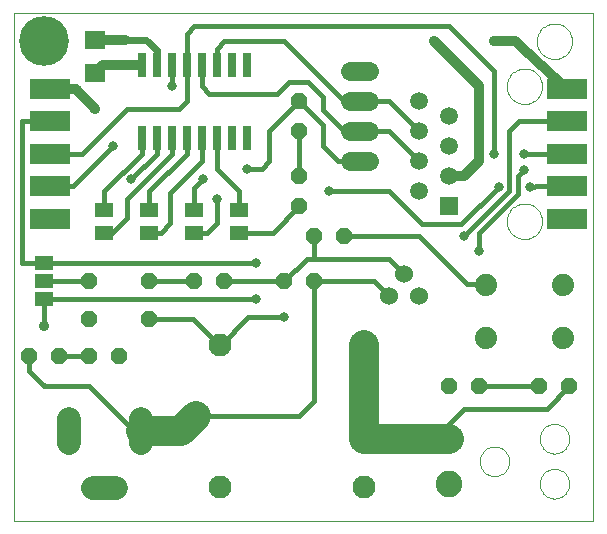
<source format=gtl>
G75*
G70*
%OFA0B0*%
%FSLAX24Y24*%
%IPPOS*%
%LPD*%
%AMOC8*
5,1,8,0,0,1.08239X$1,22.5*
%
%ADD10C,0.0000*%
%ADD11R,0.0260X0.0800*%
%ADD12R,0.0591X0.0512*%
%ADD13R,0.0709X0.0630*%
%ADD14OC8,0.0560*%
%ADD15C,0.0594*%
%ADD16R,0.0594X0.0594*%
%ADD17R,0.1378X0.0669*%
%ADD18C,0.0640*%
%ADD19C,0.0787*%
%ADD20C,0.0768*%
%ADD21C,0.0600*%
%ADD22C,0.0886*%
%ADD23R,0.0630X0.0460*%
%ADD24C,0.0740*%
%ADD25C,0.0160*%
%ADD26C,0.0240*%
%ADD27C,0.0320*%
%ADD28C,0.0356*%
%ADD29C,0.0317*%
%ADD30C,0.1000*%
%ADD31C,0.1660*%
D10*
X004380Y000300D02*
X004380Y017249D01*
X023671Y017249D01*
X023671Y000300D01*
X004380Y000300D01*
X019888Y002300D02*
X019890Y002344D01*
X019896Y002388D01*
X019906Y002431D01*
X019919Y002473D01*
X019937Y002513D01*
X019958Y002552D01*
X019982Y002589D01*
X020009Y002624D01*
X020040Y002656D01*
X020073Y002685D01*
X020109Y002711D01*
X020147Y002733D01*
X020187Y002752D01*
X020228Y002768D01*
X020271Y002780D01*
X020314Y002788D01*
X020358Y002792D01*
X020402Y002792D01*
X020446Y002788D01*
X020489Y002780D01*
X020532Y002768D01*
X020573Y002752D01*
X020613Y002733D01*
X020651Y002711D01*
X020687Y002685D01*
X020720Y002656D01*
X020751Y002624D01*
X020778Y002589D01*
X020802Y002552D01*
X020823Y002513D01*
X020841Y002473D01*
X020854Y002431D01*
X020864Y002388D01*
X020870Y002344D01*
X020872Y002300D01*
X020870Y002256D01*
X020864Y002212D01*
X020854Y002169D01*
X020841Y002127D01*
X020823Y002087D01*
X020802Y002048D01*
X020778Y002011D01*
X020751Y001976D01*
X020720Y001944D01*
X020687Y001915D01*
X020651Y001889D01*
X020613Y001867D01*
X020573Y001848D01*
X020532Y001832D01*
X020489Y001820D01*
X020446Y001812D01*
X020402Y001808D01*
X020358Y001808D01*
X020314Y001812D01*
X020271Y001820D01*
X020228Y001832D01*
X020187Y001848D01*
X020147Y001867D01*
X020109Y001889D01*
X020073Y001915D01*
X020040Y001944D01*
X020009Y001976D01*
X019982Y002011D01*
X019958Y002048D01*
X019937Y002087D01*
X019919Y002127D01*
X019906Y002169D01*
X019896Y002212D01*
X019890Y002256D01*
X019888Y002300D01*
X021888Y001550D02*
X021890Y001594D01*
X021896Y001638D01*
X021906Y001681D01*
X021919Y001723D01*
X021937Y001763D01*
X021958Y001802D01*
X021982Y001839D01*
X022009Y001874D01*
X022040Y001906D01*
X022073Y001935D01*
X022109Y001961D01*
X022147Y001983D01*
X022187Y002002D01*
X022228Y002018D01*
X022271Y002030D01*
X022314Y002038D01*
X022358Y002042D01*
X022402Y002042D01*
X022446Y002038D01*
X022489Y002030D01*
X022532Y002018D01*
X022573Y002002D01*
X022613Y001983D01*
X022651Y001961D01*
X022687Y001935D01*
X022720Y001906D01*
X022751Y001874D01*
X022778Y001839D01*
X022802Y001802D01*
X022823Y001763D01*
X022841Y001723D01*
X022854Y001681D01*
X022864Y001638D01*
X022870Y001594D01*
X022872Y001550D01*
X022870Y001506D01*
X022864Y001462D01*
X022854Y001419D01*
X022841Y001377D01*
X022823Y001337D01*
X022802Y001298D01*
X022778Y001261D01*
X022751Y001226D01*
X022720Y001194D01*
X022687Y001165D01*
X022651Y001139D01*
X022613Y001117D01*
X022573Y001098D01*
X022532Y001082D01*
X022489Y001070D01*
X022446Y001062D01*
X022402Y001058D01*
X022358Y001058D01*
X022314Y001062D01*
X022271Y001070D01*
X022228Y001082D01*
X022187Y001098D01*
X022147Y001117D01*
X022109Y001139D01*
X022073Y001165D01*
X022040Y001194D01*
X022009Y001226D01*
X021982Y001261D01*
X021958Y001298D01*
X021937Y001337D01*
X021919Y001377D01*
X021906Y001419D01*
X021896Y001462D01*
X021890Y001506D01*
X021888Y001550D01*
X021888Y003050D02*
X021890Y003094D01*
X021896Y003138D01*
X021906Y003181D01*
X021919Y003223D01*
X021937Y003263D01*
X021958Y003302D01*
X021982Y003339D01*
X022009Y003374D01*
X022040Y003406D01*
X022073Y003435D01*
X022109Y003461D01*
X022147Y003483D01*
X022187Y003502D01*
X022228Y003518D01*
X022271Y003530D01*
X022314Y003538D01*
X022358Y003542D01*
X022402Y003542D01*
X022446Y003538D01*
X022489Y003530D01*
X022532Y003518D01*
X022573Y003502D01*
X022613Y003483D01*
X022651Y003461D01*
X022687Y003435D01*
X022720Y003406D01*
X022751Y003374D01*
X022778Y003339D01*
X022802Y003302D01*
X022823Y003263D01*
X022841Y003223D01*
X022854Y003181D01*
X022864Y003138D01*
X022870Y003094D01*
X022872Y003050D01*
X022870Y003006D01*
X022864Y002962D01*
X022854Y002919D01*
X022841Y002877D01*
X022823Y002837D01*
X022802Y002798D01*
X022778Y002761D01*
X022751Y002726D01*
X022720Y002694D01*
X022687Y002665D01*
X022651Y002639D01*
X022613Y002617D01*
X022573Y002598D01*
X022532Y002582D01*
X022489Y002570D01*
X022446Y002562D01*
X022402Y002558D01*
X022358Y002558D01*
X022314Y002562D01*
X022271Y002570D01*
X022228Y002582D01*
X022187Y002598D01*
X022147Y002617D01*
X022109Y002639D01*
X022073Y002665D01*
X022040Y002694D01*
X022009Y002726D01*
X021982Y002761D01*
X021958Y002798D01*
X021937Y002837D01*
X021919Y002877D01*
X021906Y002919D01*
X021896Y002962D01*
X021890Y003006D01*
X021888Y003050D01*
X020789Y010300D02*
X020791Y010348D01*
X020797Y010396D01*
X020807Y010443D01*
X020820Y010489D01*
X020838Y010534D01*
X020858Y010578D01*
X020883Y010620D01*
X020911Y010659D01*
X020941Y010696D01*
X020975Y010730D01*
X021012Y010762D01*
X021050Y010791D01*
X021091Y010816D01*
X021134Y010838D01*
X021179Y010856D01*
X021225Y010870D01*
X021272Y010881D01*
X021320Y010888D01*
X021368Y010891D01*
X021416Y010890D01*
X021464Y010885D01*
X021512Y010876D01*
X021558Y010864D01*
X021603Y010847D01*
X021647Y010827D01*
X021689Y010804D01*
X021729Y010777D01*
X021767Y010747D01*
X021802Y010714D01*
X021834Y010678D01*
X021864Y010640D01*
X021890Y010599D01*
X021912Y010556D01*
X021932Y010512D01*
X021947Y010467D01*
X021959Y010420D01*
X021967Y010372D01*
X021971Y010324D01*
X021971Y010276D01*
X021967Y010228D01*
X021959Y010180D01*
X021947Y010133D01*
X021932Y010088D01*
X021912Y010044D01*
X021890Y010001D01*
X021864Y009960D01*
X021834Y009922D01*
X021802Y009886D01*
X021767Y009853D01*
X021729Y009823D01*
X021689Y009796D01*
X021647Y009773D01*
X021603Y009753D01*
X021558Y009736D01*
X021512Y009724D01*
X021464Y009715D01*
X021416Y009710D01*
X021368Y009709D01*
X021320Y009712D01*
X021272Y009719D01*
X021225Y009730D01*
X021179Y009744D01*
X021134Y009762D01*
X021091Y009784D01*
X021050Y009809D01*
X021012Y009838D01*
X020975Y009870D01*
X020941Y009904D01*
X020911Y009941D01*
X020883Y009980D01*
X020858Y010022D01*
X020838Y010066D01*
X020820Y010111D01*
X020807Y010157D01*
X020797Y010204D01*
X020791Y010252D01*
X020789Y010300D01*
X020789Y014800D02*
X020791Y014848D01*
X020797Y014896D01*
X020807Y014943D01*
X020820Y014989D01*
X020838Y015034D01*
X020858Y015078D01*
X020883Y015120D01*
X020911Y015159D01*
X020941Y015196D01*
X020975Y015230D01*
X021012Y015262D01*
X021050Y015291D01*
X021091Y015316D01*
X021134Y015338D01*
X021179Y015356D01*
X021225Y015370D01*
X021272Y015381D01*
X021320Y015388D01*
X021368Y015391D01*
X021416Y015390D01*
X021464Y015385D01*
X021512Y015376D01*
X021558Y015364D01*
X021603Y015347D01*
X021647Y015327D01*
X021689Y015304D01*
X021729Y015277D01*
X021767Y015247D01*
X021802Y015214D01*
X021834Y015178D01*
X021864Y015140D01*
X021890Y015099D01*
X021912Y015056D01*
X021932Y015012D01*
X021947Y014967D01*
X021959Y014920D01*
X021967Y014872D01*
X021971Y014824D01*
X021971Y014776D01*
X021967Y014728D01*
X021959Y014680D01*
X021947Y014633D01*
X021932Y014588D01*
X021912Y014544D01*
X021890Y014501D01*
X021864Y014460D01*
X021834Y014422D01*
X021802Y014386D01*
X021767Y014353D01*
X021729Y014323D01*
X021689Y014296D01*
X021647Y014273D01*
X021603Y014253D01*
X021558Y014236D01*
X021512Y014224D01*
X021464Y014215D01*
X021416Y014210D01*
X021368Y014209D01*
X021320Y014212D01*
X021272Y014219D01*
X021225Y014230D01*
X021179Y014244D01*
X021134Y014262D01*
X021091Y014284D01*
X021050Y014309D01*
X021012Y014338D01*
X020975Y014370D01*
X020941Y014404D01*
X020911Y014441D01*
X020883Y014480D01*
X020858Y014522D01*
X020838Y014566D01*
X020820Y014611D01*
X020807Y014657D01*
X020797Y014704D01*
X020791Y014752D01*
X020789Y014800D01*
X021789Y016300D02*
X021791Y016348D01*
X021797Y016396D01*
X021807Y016443D01*
X021820Y016489D01*
X021838Y016534D01*
X021858Y016578D01*
X021883Y016620D01*
X021911Y016659D01*
X021941Y016696D01*
X021975Y016730D01*
X022012Y016762D01*
X022050Y016791D01*
X022091Y016816D01*
X022134Y016838D01*
X022179Y016856D01*
X022225Y016870D01*
X022272Y016881D01*
X022320Y016888D01*
X022368Y016891D01*
X022416Y016890D01*
X022464Y016885D01*
X022512Y016876D01*
X022558Y016864D01*
X022603Y016847D01*
X022647Y016827D01*
X022689Y016804D01*
X022729Y016777D01*
X022767Y016747D01*
X022802Y016714D01*
X022834Y016678D01*
X022864Y016640D01*
X022890Y016599D01*
X022912Y016556D01*
X022932Y016512D01*
X022947Y016467D01*
X022959Y016420D01*
X022967Y016372D01*
X022971Y016324D01*
X022971Y016276D01*
X022967Y016228D01*
X022959Y016180D01*
X022947Y016133D01*
X022932Y016088D01*
X022912Y016044D01*
X022890Y016001D01*
X022864Y015960D01*
X022834Y015922D01*
X022802Y015886D01*
X022767Y015853D01*
X022729Y015823D01*
X022689Y015796D01*
X022647Y015773D01*
X022603Y015753D01*
X022558Y015736D01*
X022512Y015724D01*
X022464Y015715D01*
X022416Y015710D01*
X022368Y015709D01*
X022320Y015712D01*
X022272Y015719D01*
X022225Y015730D01*
X022179Y015744D01*
X022134Y015762D01*
X022091Y015784D01*
X022050Y015809D01*
X022012Y015838D01*
X021975Y015870D01*
X021941Y015904D01*
X021911Y015941D01*
X021883Y015980D01*
X021858Y016022D01*
X021838Y016066D01*
X021820Y016111D01*
X021807Y016157D01*
X021797Y016204D01*
X021791Y016252D01*
X021789Y016300D01*
D11*
X012130Y015510D03*
X011630Y015510D03*
X011130Y015510D03*
X010630Y015510D03*
X010130Y015510D03*
X009630Y015510D03*
X009130Y015510D03*
X008630Y015510D03*
X008630Y013090D03*
X009130Y013090D03*
X009630Y013090D03*
X010130Y013090D03*
X010630Y013090D03*
X011130Y013090D03*
X011630Y013090D03*
X012130Y013090D03*
D12*
X011880Y010674D03*
X011880Y009926D03*
X010380Y009926D03*
X010380Y010674D03*
X008880Y010674D03*
X008880Y009926D03*
X007380Y009926D03*
X007380Y010674D03*
D13*
X007080Y015249D03*
X007080Y016351D03*
D14*
X013880Y014300D03*
X013880Y013300D03*
X013880Y011800D03*
X013880Y010800D03*
X014380Y009800D03*
X015380Y009800D03*
X014380Y008300D03*
X013380Y008300D03*
X011380Y008300D03*
X010380Y008300D03*
X008880Y008300D03*
X008880Y007050D03*
X007880Y005800D03*
X006880Y005800D03*
X005880Y005800D03*
X004880Y005800D03*
X006880Y007050D03*
X006880Y008300D03*
X018880Y004800D03*
X019880Y004800D03*
X021880Y004800D03*
X022880Y004800D03*
D15*
X017880Y011300D03*
X018880Y011800D03*
X017880Y012300D03*
X018880Y012800D03*
X017880Y013300D03*
X018880Y013800D03*
X017880Y014300D03*
D16*
X018880Y010800D03*
D17*
X022800Y010390D03*
X022800Y011470D03*
X022800Y012550D03*
X022800Y013630D03*
X022800Y014710D03*
X005560Y014710D03*
X005560Y013630D03*
X005560Y012550D03*
X005560Y011470D03*
X005560Y010390D03*
D18*
X015560Y012300D02*
X016200Y012300D01*
X016200Y013300D02*
X015560Y013300D01*
X015560Y014300D02*
X016200Y014300D01*
X016200Y015300D02*
X015560Y015300D01*
D19*
X008600Y003694D02*
X008600Y002906D01*
X007774Y001410D02*
X006986Y001410D01*
X006199Y002906D02*
X006199Y003694D01*
D20*
X010455Y003800D03*
X011242Y001438D03*
X016045Y001438D03*
X016045Y006162D03*
X011242Y006162D03*
D21*
X016880Y007800D03*
X017380Y008550D03*
X017880Y007800D03*
D22*
X018880Y003050D03*
X018880Y001550D03*
D23*
X005380Y007700D03*
X005380Y008300D03*
X005380Y008900D03*
D24*
X020100Y008190D03*
X020100Y006410D03*
X022660Y006410D03*
X022660Y008190D03*
D25*
X020080Y008200D02*
X019480Y008200D01*
X017880Y009800D01*
X015380Y009800D01*
X014380Y009800D02*
X014380Y009050D01*
X014130Y009050D02*
X016880Y009050D01*
X017380Y008550D01*
X016880Y007800D02*
X016380Y008300D01*
X014380Y008300D01*
X014380Y004300D01*
X013880Y003800D01*
X010455Y003800D01*
X008380Y003300D02*
X006880Y004800D01*
X005484Y004800D01*
X005307Y004873D02*
X004880Y005300D01*
X004880Y005800D01*
X005880Y005800D02*
X006880Y005800D01*
X005484Y004800D02*
X005456Y004802D01*
X005428Y004806D01*
X005401Y004814D01*
X005376Y004825D01*
X005351Y004838D01*
X005328Y004855D01*
X005307Y004873D01*
X005380Y006800D02*
X005380Y007700D01*
X012430Y007700D01*
X012180Y007100D02*
X011230Y006150D01*
X010330Y007050D01*
X008880Y007050D01*
X008880Y008300D02*
X010380Y008300D01*
X011380Y008300D02*
X013380Y008300D01*
X014130Y009050D01*
X013006Y009926D02*
X013880Y010800D01*
X014880Y011300D02*
X016880Y011300D01*
X017980Y010200D01*
X019280Y010200D01*
X020530Y011450D01*
X020880Y011300D02*
X020880Y013300D01*
X021210Y013630D01*
X022800Y013630D01*
X022800Y012550D02*
X021380Y012550D01*
X021380Y012000D02*
X021180Y011800D01*
X021180Y011200D01*
X019880Y009900D01*
X019880Y009300D01*
X019380Y009800D02*
X020880Y011300D01*
X021580Y011450D02*
X021900Y011470D01*
X022800Y011470D01*
X020380Y012550D02*
X020380Y015300D01*
X018880Y016800D01*
X010380Y016800D01*
X010130Y016550D01*
X010130Y015510D01*
X010130Y015500D02*
X010130Y014300D01*
X009880Y014050D01*
X008130Y014050D01*
X006630Y012550D01*
X005560Y012550D01*
X005560Y011470D02*
X006320Y011470D01*
X007650Y012800D01*
X008630Y012550D02*
X007380Y011300D01*
X007380Y010674D01*
X008130Y010400D02*
X007630Y009900D01*
X007380Y009900D01*
X008130Y010400D02*
X008130Y011050D01*
X009630Y012550D01*
X009630Y013090D01*
X010130Y013090D02*
X010130Y012550D01*
X008880Y011300D01*
X008880Y010674D01*
X009580Y010250D02*
X009580Y011250D01*
X010630Y012300D01*
X010630Y013090D01*
X011130Y013090D02*
X011130Y012050D01*
X011880Y011300D01*
X011880Y010674D01*
X011130Y011050D02*
X011130Y010250D01*
X010806Y009926D01*
X010380Y009926D01*
X009580Y010250D02*
X009256Y009926D01*
X008880Y009926D01*
X009236Y009906D02*
X009256Y009926D01*
X010380Y010674D02*
X010380Y011400D01*
X010680Y011700D01*
X009130Y012550D02*
X009130Y013090D01*
X008630Y013090D02*
X008630Y012550D01*
X009130Y012550D02*
X008280Y011700D01*
X005560Y013630D02*
X004630Y013630D01*
X004630Y008900D01*
X005380Y008900D01*
X012430Y008900D01*
X011880Y009926D02*
X013006Y009926D01*
X013880Y011800D02*
X013880Y013300D01*
X014680Y013500D02*
X014680Y012800D01*
X015180Y012300D01*
X015880Y012300D01*
X015880Y013300D02*
X015380Y013300D01*
X014680Y014000D01*
X014680Y014450D01*
X014180Y014950D01*
X013530Y014950D01*
X013130Y014550D01*
X010880Y014550D01*
X010630Y014800D01*
X010630Y015510D01*
X011130Y015510D02*
X011130Y016050D01*
X011380Y016300D01*
X013380Y016300D01*
X015380Y014300D01*
X015880Y014300D01*
X016880Y014300D01*
X017880Y013300D01*
X016880Y013300D02*
X015880Y013300D01*
X016880Y013300D02*
X017880Y012300D01*
X014680Y013500D02*
X013880Y014300D01*
X012880Y013300D01*
X012880Y012300D01*
X012630Y012050D01*
X012130Y012050D01*
X009630Y014800D02*
X009630Y015500D01*
X006880Y008300D02*
X005380Y008300D01*
X012180Y007100D02*
X013380Y007100D01*
X018880Y003550D02*
X019380Y004050D01*
X022130Y004050D01*
X022880Y004800D01*
X021880Y004800D02*
X019880Y004800D01*
X018880Y003550D02*
X018880Y003050D01*
D26*
X009130Y015500D02*
X009130Y016000D01*
X008780Y016350D01*
X008080Y016350D01*
D27*
X008079Y016351D01*
X007080Y016351D01*
X007330Y015500D02*
X007130Y015300D01*
X007330Y015500D02*
X007880Y015500D01*
X008530Y015500D01*
X007080Y014050D02*
X006420Y014710D01*
X005560Y014710D01*
X018380Y016300D02*
X019880Y014800D01*
X019880Y012300D01*
X019380Y011800D01*
X018880Y011800D01*
X022800Y014710D02*
X021080Y016300D01*
X020380Y016300D01*
D28*
X020380Y016300D03*
X018380Y016300D03*
X008080Y016350D03*
X007880Y015500D03*
X007080Y014050D03*
X005380Y006800D03*
D29*
X011130Y011050D03*
X010680Y011700D03*
X012130Y012050D03*
X014880Y011300D03*
X012430Y008900D03*
X012430Y007700D03*
X013380Y007100D03*
X019380Y009800D03*
X019880Y009300D03*
X020530Y011450D03*
X021380Y012000D03*
X021580Y011450D03*
X021380Y012550D03*
X020380Y012550D03*
X009630Y014800D03*
X007650Y012800D03*
X008280Y011700D03*
D30*
X016045Y006162D02*
X016045Y003050D01*
X018880Y003050D01*
X010430Y003800D02*
X009930Y003300D01*
X008600Y003300D01*
D31*
X005380Y016300D03*
M02*

</source>
